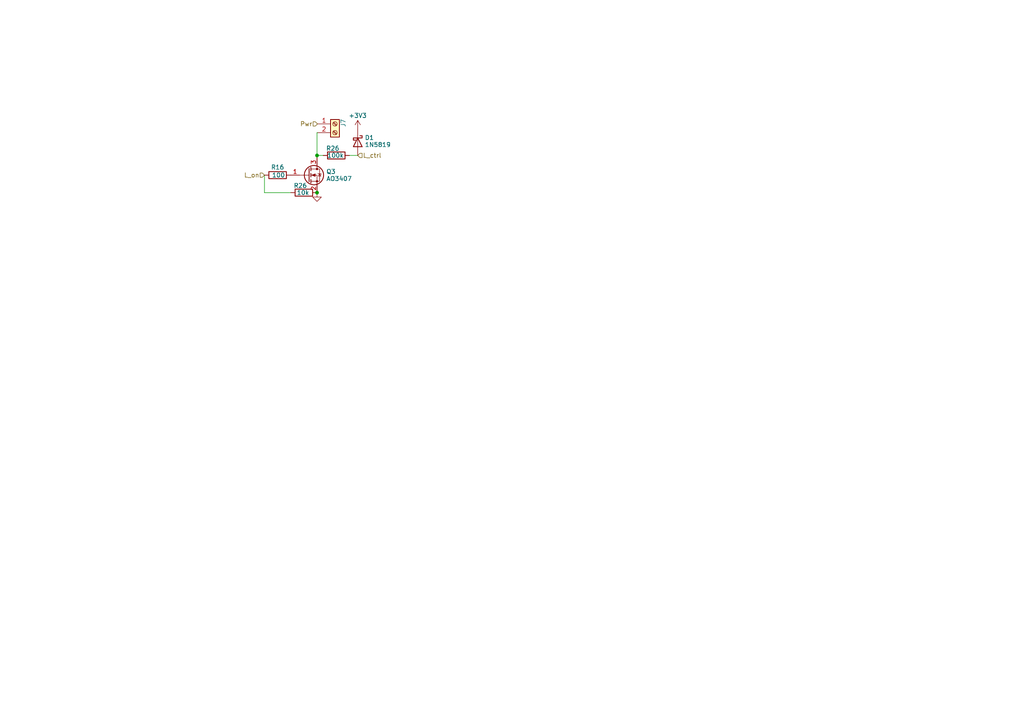
<source format=kicad_sch>
(kicad_sch (version 20230121) (generator eeschema)
  (paper "A4")
  (lib_symbols
    (symbol "Connector:Screw_Terminal_01x02" (pin_names (offset 1.016) hide)
      (property "Reference" "J" (at 0 2.54 0))
      (property "Value" "Screw_Terminal_01x02" (at 0 -5.08 0))
      (symbol "Screw_Terminal_01x02_1_1"
        (rectangle (start -1.27 1.27) (end 1.27 -3.81) (stroke (width 0.254)) (fill (type background)))
        (circle (center 0 -2.54) (radius 0.635) (stroke (width 0.1524)))
        (polyline (pts (xy -0.5334 -2.2098) (xy 0.3302 -3.048)) (stroke (width 0.1524)))
        (polyline (pts (xy -0.5334 0.3302) (xy 0.3302 -0.508)) (stroke (width 0.1524)))
        (polyline (pts (xy -0.3556 -2.032) (xy 0.508 -2.8702)) (stroke (width 0.1524)))
        (polyline (pts (xy -0.3556 0.508) (xy 0.508 -0.3302)) (stroke (width 0.1524)))
        (circle (center 0 0) (radius 0.635) (stroke (width 0.1524)))
        (pin passive line (at -5.08 0 0) (length 3.81) (name "Pin_1") (number "1"))
        (pin passive line (at -5.08 -2.54 0) (length 3.81) (name "Pin_2") (number "2"))
      )
    )
    (symbol "Device:D_Schottky" (pin_numbers hide) (pin_names (offset 1.016) hide)
      (property "Reference" "D" (at 0 2.54 0))
      (property "Value" "D_Schottky" (at 0 -2.54 0))
      (symbol "D_Schottky_0_1"
        (polyline (pts (xy 1.27 0) (xy -1.27 0)))
        (polyline (pts (xy 1.27 1.27) (xy 1.27 -1.27) (xy -1.27 0) (xy 1.27 1.27)) (stroke (width 0.254)))
        (polyline (pts (xy -1.905 0.635) (xy -1.905 1.27) (xy -1.27 1.27) (xy -1.27 -1.27) (xy -0.635 -1.27) (xy -0.635 -0.635)) (stroke (width 0.254)))
      )
      (symbol "D_Schottky_1_1"
        (pin passive line (at -3.81 0 0) (length 2.54) (name "K") (number "1"))
        (pin passive line (at 3.81 0 180) (length 2.54) (name "A") (number "2"))
      )
    )
    (symbol "Device:Q_NMOS_GSD" (pin_names (offset 0) hide)
      (property "Reference" "Q" (at 5.08 1.27 0))
      (property "Value" "Q_NMOS_GSD" (at 5.08 -1.27 0))
      (symbol "Q_NMOS_GSD_0_1"
        (polyline (pts (xy 0.254 0) (xy -2.54 0)))
        (polyline (pts (xy 0.254 1.905) (xy 0.254 -1.905)) (stroke (width 0.254)))
        (polyline (pts (xy 0.762 -1.27) (xy 0.762 -2.286)) (stroke (width 0.254)))
        (polyline (pts (xy 0.762 0.508) (xy 0.762 -0.508)) (stroke (width 0.254)))
        (polyline (pts (xy 0.762 2.286) (xy 0.762 1.27)) (stroke (width 0.254)))
        (polyline (pts (xy 2.54 2.54) (xy 2.54 1.778)))
        (polyline (pts (xy 2.54 -2.54) (xy 2.54 0) (xy 0.762 0)))
        (polyline (pts (xy 0.762 -1.778) (xy 3.302 -1.778) (xy 3.302 1.778) (xy 0.762 1.778)))
        (polyline (pts (xy 1.016 0) (xy 2.032 0.381) (xy 2.032 -0.381) (xy 1.016 0)) (fill (type outline)))
        (polyline (pts (xy 2.794 0.508) (xy 2.921 0.381) (xy 3.683 0.381) (xy 3.81 0.254)))
        (polyline (pts (xy 3.302 0.381) (xy 2.921 -0.254) (xy 3.683 -0.254) (xy 3.302 0.381)))
        (circle (center 1.651 0) (radius 2.794) (stroke (width 0.254)))
        (circle (center 2.54 -1.778) (radius 0.254) (fill (type outline)))
        (circle (center 2.54 1.778) (radius 0.254) (fill (type outline)))
      )
      (symbol "Q_NMOS_GSD_1_1"
        (pin input line (at -5.08 0 0) (length 2.54) (name "G") (number "1"))
        (pin passive line (at 2.54 -5.08 90) (length 2.54) (name "S") (number "2"))
        (pin passive line (at 2.54 5.08 270) (length 2.54) (name "D") (number "3"))
      )
    )
    (symbol "Device:R" (pin_numbers hide) (pin_names (offset 0))
      (property "Reference" "R" (at 2.032 0 90))
      (property "Value" "R" (at 0 0 90))
      (symbol "R_0_1"
        (rectangle (start -1.016 -2.54) (end 1.016 2.54) (stroke (width 0.254)))
      )
      (symbol "R_1_1"
        (pin passive line (at 0 3.81 270) (length 1.27) (name "~") (number "1"))
        (pin passive line (at 0 -3.81 90) (length 1.27) (name "~") (number "2"))
      )
    )
    (symbol "GND_3" (power) (pin_names (offset 0))
      (property "Value" "GND_3" (at 0 -3.81 0))
      (symbol "GND_3_0_1"
        (polyline (pts (xy 0 0) (xy 0 -1.27) (xy 1.27 -1.27) (xy 0 -2.54) (xy -1.27 -1.27) (xy 0 -1.27)))
      )
      (symbol "GND_3_1_1"
        (pin power_in line (at 0 0 270) (length 0) hide (name "GND") (number "1"))
      )
    )
    (symbol "power:+3V3" (power) (pin_names (offset 0))
      (property "Value" "+3V3" (at 0 3.556 0))
      (symbol "+3V3_0_1"
        (polyline (pts (xy -0.762 1.27) (xy 0 2.54)))
        (polyline (pts (xy 0 0) (xy 0 2.54)))
        (polyline (pts (xy 0 2.54) (xy 0.762 1.27)))
      )
      (symbol "+3V3_1_1"
        (pin power_in line (at 0 0 90) (length 0) hide (name "+3V3") (number "1"))
      )
    )
  )
  (junction (at 91.948 45.085))
  (junction (at 91.948 55.88))
  (wire (pts (xy 76.708 55.88) (xy 76.708 50.8)))
  (wire (pts (xy 103.759 45.085) (xy 101.346 45.085)))
  (wire (pts (xy 91.948 45.085) (xy 91.948 45.72)))
  (wire (pts (xy 84.328 55.88) (xy 76.708 55.88)))
  (wire (pts (xy 93.726 45.085) (xy 91.948 45.085)))
  (wire (pts (xy 91.948 38.481) (xy 91.948 45.085)))
  (wire (pts (xy 92.075 38.481) (xy 91.948 38.481)))
  (hierarchical_label "L_on" (shape input) (at 76.708 50.8 180))
  (hierarchical_label "Pwr" (shape input) (at 92.075 35.941 180))
  (hierarchical_label "L_ctrl" (shape input) (at 103.759 45.085 0))
  (symbol (lib_id "Device:R") (at 80.518 50.8 90) (unit 1)
    (property "Reference" "R16" (at 80.518 48.514 90))
    (property "Value" "100" (at 80.772 50.8 90))
    (property "Footprint" "Resistor_SMD:R_0603_1608Metric_Pad0.98x0.95mm_HandSolder" (effects hide))
    (instances (project "lamps" (path "" (reference "R16") (unit 1)) (path "" (reference "R8") (unit 1)) (path "" (reference "R8") (unit 1)) (path "" (reference "R14") (unit 1)) (path "" (reference "R17") (unit 1)) (path "" (reference "R20") (unit 1))))
  )
  (symbol (lib_name "GND_3") (lib_id "power:GND") (at 91.948 55.88 0) (mirror y) (unit 1)
    (property "Reference" "#PWR032" (effects hide))
    (property "Value" "GND" (effects hide))
    (instances (project "lamps" (path "" (reference "#PWR032") (unit 1)) (path "" (reference "#PWR030") (unit 1)) (path "" (reference "#PWR016") (unit 1)) (path "" (reference "#PWR034") (unit 1)) (path "" (reference "#PWR036") (unit 1)) (path "" (reference "#PWR038") (unit 1))))
  )
  (symbol (lib_id "Device:R") (at 88.138 55.88 270) (unit 1)
    (property "Reference" "R26" (at 87.122 53.848 90))
    (property "Value" "10k" (at 87.884 55.88 90))
    (property "Footprint" "Resistor_SMD:R_0603_1608Metric_Pad0.98x0.95mm_HandSolder" (effects hide))
    (instances (project "lamps" (path "" (reference "R26") (unit 1)) (path "" (reference "R9") (unit 1)) (path "" (reference "R9") (unit 1)) (path "" (reference "R15") (unit 1)) (path "" (reference "R18") (unit 1)) (path "" (reference "R21") (unit 1))))
  )
  (symbol (lib_id "Device:Q_NMOS_GSD") (at 89.408 50.8 0) (unit 1)
    (property "Reference" "Q3" (at 94.615 49.776 0) (effects (justify left)))
    (property "Value" "AO3407" (at 94.615 51.824 0) (effects (justify left)))
    (property "Footprint" "Package_TO_SOT_SMD:SOT-23_Handsoldering" (effects hide))
    (instances (project "lamps" (path "" (reference "Q3") (unit 1)) (path "" (reference "Q1") (unit 1)) (path "" (reference "Q4") (unit 1)) (path "" (reference "Q4") (unit 1)) (path "" (reference "Q5") (unit 1)) (path "" (reference "Q6") (unit 1))))
  )
  (symbol (lib_id "power:+3V3") (at 103.759 37.465 0) (unit 1)
    (property "Reference" "#PWR024" (effects hide))
    (property "Value" "+3V3" (at 103.759 33.52 0))
    (instances (project "lamps" (path "" (reference "#PWR024") (unit 1)) (path "" (reference "#PWR031") (unit 1)) (path "" (reference "#PWR021") (unit 1)) (path "" (reference "#PWR035") (unit 1)) (path "" (reference "#PWR037") (unit 1)) (path "" (reference "#PWR039") (unit 1))))
  )
  (symbol (lib_id "Connector:Screw_Terminal_01x02") (at 97.155 35.941 0) (unit 1)
    (property "Reference" "J7" (at 99.568 35.687 90))
    (property "Value" "Lamp" (effects hide))
    (property "Footprint" "TerminalBlock_Phoenix:TerminalBlock_Phoenix_MKDS-1,5-2_1x02_P5.00mm_Horizontal" (effects hide))
    (instances (project "lamps" (path "" (reference "J7") (unit 1)) (path "" (reference "J6") (unit 1)) (path "" (reference "J3") (unit 1)) (path "" (reference "J8") (unit 1)) (path "" (reference "J9") (unit 1)) (path "" (reference "J10") (unit 1))) (project "stm32" (path "" (reference "J12") (unit 1))))
  )
  (symbol (lib_id "Device:D_Schottky") (at 103.759 41.275 270) (unit 1)
    (property "Reference" "D1" (at 105.791 39.9335 90) (effects (justify left)))
    (property "Value" "1N5819" (at 105.791 41.9815 90) (effects (justify left)))
    (property "Footprint" "Diode_SMD:D_SOD-323_HandSoldering" (effects hide))
    (instances (project "lamps" (path "" (reference "D1") (unit 1)) (path "" (reference "D9") (unit 1)) (path "" (reference "D3") (unit 1)) (path "" (reference "D11") (unit 1)) (path "" (reference "D12") (unit 1)) (path "" (reference "D13") (unit 1))))
  )
  (symbol (lib_id "Device:R") (at 97.536 45.085 270) (unit 1)
    (property "Reference" "R26" (at 96.52 43.053 90))
    (property "Value" "100k" (at 97.282 45.085 90))
    (property "Footprint" "Resistor_SMD:R_0603_1608Metric_Pad0.98x0.95mm_HandSolder" (effects hide))
    (instances (project "lamps" (path "" (reference "R26") (unit 1)) (path "" (reference "R10") (unit 1)) (path "" (reference "R12") (unit 1)) (path "" (reference "R16") (unit 1)) (path "" (reference "R19") (unit 1)) (path "" (reference "R22") (unit 1))))
  )
)
</source>
